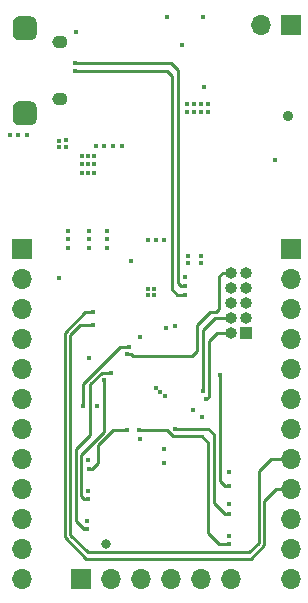
<source format=gbr>
G04 #@! TF.GenerationSoftware,KiCad,Pcbnew,(5.1.5)-3*
G04 #@! TF.CreationDate,2020-07-23T10:29:42-05:00*
G04 #@! TF.ProjectId,LuminaryVer2,4c756d69-6e61-4727-9956-6572322e6b69,rev?*
G04 #@! TF.SameCoordinates,Original*
G04 #@! TF.FileFunction,Copper,L2,Inr*
G04 #@! TF.FilePolarity,Positive*
%FSLAX46Y46*%
G04 Gerber Fmt 4.6, Leading zero omitted, Abs format (unit mm)*
G04 Created by KiCad (PCBNEW (5.1.5)-3) date 2020-07-23 10:29:42*
%MOMM*%
%LPD*%
G04 APERTURE LIST*
%ADD10O,1.300000X1.100000*%
%ADD11C,0.100000*%
%ADD12O,1.700000X1.700000*%
%ADD13R,1.700000X1.700000*%
%ADD14C,0.900000*%
%ADD15O,1.000000X1.000000*%
%ADD16R,1.000000X1.000000*%
%ADD17C,0.450000*%
%ADD18C,0.800000*%
%ADD19C,0.254000*%
%ADD20C,0.250000*%
G04 APERTURE END LIST*
D10*
X215600000Y-57900000D03*
X215600000Y-53100000D03*
G04 #@! TA.AperFunction,ViaPad*
D11*
G36*
X213149009Y-58102408D02*
G01*
X213197545Y-58109607D01*
X213245142Y-58121530D01*
X213291342Y-58138060D01*
X213335698Y-58159039D01*
X213377785Y-58184265D01*
X213417197Y-58213495D01*
X213453553Y-58246447D01*
X213486505Y-58282803D01*
X213515735Y-58322215D01*
X213540961Y-58364302D01*
X213561940Y-58408658D01*
X213578470Y-58454858D01*
X213590393Y-58502455D01*
X213597592Y-58550991D01*
X213600000Y-58600000D01*
X213600000Y-59600000D01*
X213597592Y-59649009D01*
X213590393Y-59697545D01*
X213578470Y-59745142D01*
X213561940Y-59791342D01*
X213540961Y-59835698D01*
X213515735Y-59877785D01*
X213486505Y-59917197D01*
X213453553Y-59953553D01*
X213417197Y-59986505D01*
X213377785Y-60015735D01*
X213335698Y-60040961D01*
X213291342Y-60061940D01*
X213245142Y-60078470D01*
X213197545Y-60090393D01*
X213149009Y-60097592D01*
X213100000Y-60100000D01*
X212100000Y-60100000D01*
X212050991Y-60097592D01*
X212002455Y-60090393D01*
X211954858Y-60078470D01*
X211908658Y-60061940D01*
X211864302Y-60040961D01*
X211822215Y-60015735D01*
X211782803Y-59986505D01*
X211746447Y-59953553D01*
X211713495Y-59917197D01*
X211684265Y-59877785D01*
X211659039Y-59835698D01*
X211638060Y-59791342D01*
X211621530Y-59745142D01*
X211609607Y-59697545D01*
X211602408Y-59649009D01*
X211600000Y-59600000D01*
X211600000Y-58600000D01*
X211602408Y-58550991D01*
X211609607Y-58502455D01*
X211621530Y-58454858D01*
X211638060Y-58408658D01*
X211659039Y-58364302D01*
X211684265Y-58322215D01*
X211713495Y-58282803D01*
X211746447Y-58246447D01*
X211782803Y-58213495D01*
X211822215Y-58184265D01*
X211864302Y-58159039D01*
X211908658Y-58138060D01*
X211954858Y-58121530D01*
X212002455Y-58109607D01*
X212050991Y-58102408D01*
X212100000Y-58100000D01*
X213100000Y-58100000D01*
X213149009Y-58102408D01*
G37*
G04 #@! TD.AperFunction*
G04 #@! TA.AperFunction,ViaPad*
G36*
X213149009Y-50902408D02*
G01*
X213197545Y-50909607D01*
X213245142Y-50921530D01*
X213291342Y-50938060D01*
X213335698Y-50959039D01*
X213377785Y-50984265D01*
X213417197Y-51013495D01*
X213453553Y-51046447D01*
X213486505Y-51082803D01*
X213515735Y-51122215D01*
X213540961Y-51164302D01*
X213561940Y-51208658D01*
X213578470Y-51254858D01*
X213590393Y-51302455D01*
X213597592Y-51350991D01*
X213600000Y-51400000D01*
X213600000Y-52400000D01*
X213597592Y-52449009D01*
X213590393Y-52497545D01*
X213578470Y-52545142D01*
X213561940Y-52591342D01*
X213540961Y-52635698D01*
X213515735Y-52677785D01*
X213486505Y-52717197D01*
X213453553Y-52753553D01*
X213417197Y-52786505D01*
X213377785Y-52815735D01*
X213335698Y-52840961D01*
X213291342Y-52861940D01*
X213245142Y-52878470D01*
X213197545Y-52890393D01*
X213149009Y-52897592D01*
X213100000Y-52900000D01*
X212100000Y-52900000D01*
X212050991Y-52897592D01*
X212002455Y-52890393D01*
X211954858Y-52878470D01*
X211908658Y-52861940D01*
X211864302Y-52840961D01*
X211822215Y-52815735D01*
X211782803Y-52786505D01*
X211746447Y-52753553D01*
X211713495Y-52717197D01*
X211684265Y-52677785D01*
X211659039Y-52635698D01*
X211638060Y-52591342D01*
X211621530Y-52545142D01*
X211609607Y-52497545D01*
X211602408Y-52449009D01*
X211600000Y-52400000D01*
X211600000Y-51400000D01*
X211602408Y-51350991D01*
X211609607Y-51302455D01*
X211621530Y-51254858D01*
X211638060Y-51208658D01*
X211659039Y-51164302D01*
X211684265Y-51122215D01*
X211713495Y-51082803D01*
X211746447Y-51046447D01*
X211782803Y-51013495D01*
X211822215Y-50984265D01*
X211864302Y-50959039D01*
X211908658Y-50938060D01*
X211954858Y-50921530D01*
X212002455Y-50909607D01*
X212050991Y-50902408D01*
X212100000Y-50900000D01*
X213100000Y-50900000D01*
X213149009Y-50902408D01*
G37*
G04 #@! TD.AperFunction*
D12*
X235100000Y-98500000D03*
X235100000Y-95960000D03*
X235100000Y-93420000D03*
X235100000Y-90880000D03*
X235100000Y-88340000D03*
X235100000Y-85800000D03*
X235100000Y-83260000D03*
X235100000Y-80720000D03*
X235100000Y-78180000D03*
X235100000Y-75640000D03*
X235100000Y-73100000D03*
D13*
X235100000Y-70560000D03*
D12*
X212400000Y-98500000D03*
X212400000Y-95960000D03*
X212400000Y-93420000D03*
X212400000Y-90880000D03*
X212400000Y-88340000D03*
X212400000Y-85800000D03*
X212400000Y-83260000D03*
X212400000Y-80720000D03*
X212400000Y-78180000D03*
X212400000Y-75640000D03*
X212400000Y-73100000D03*
D13*
X212400000Y-70560000D03*
D14*
X234900000Y-59300000D03*
D12*
X232600000Y-51600000D03*
D13*
X235140000Y-51600000D03*
D12*
X230077000Y-98500000D03*
X227537000Y-98500000D03*
X224997000Y-98500000D03*
X222457000Y-98500000D03*
X219917000Y-98500000D03*
D13*
X217377000Y-98500000D03*
D15*
X230080000Y-72595000D03*
X231350000Y-72595000D03*
X230080000Y-73865000D03*
X231350000Y-73865000D03*
X230080000Y-75135000D03*
X231350000Y-75135000D03*
X230080000Y-76405000D03*
X231350000Y-76405000D03*
X230080000Y-77675000D03*
D16*
X231350000Y-77675000D03*
D17*
X224450000Y-83000000D03*
X224050000Y-82700000D03*
X223500000Y-74000000D03*
X223500000Y-74500000D03*
X223000000Y-74500000D03*
X223000000Y-74000000D03*
X229900000Y-94900000D03*
X217950000Y-91100000D03*
X217900000Y-93600000D03*
D18*
X219510000Y-95560000D03*
D17*
X227700000Y-50950000D03*
X233800000Y-63100000D03*
X226350000Y-58350000D03*
X226950000Y-58350000D03*
X227500000Y-58350000D03*
X228100000Y-58350000D03*
X218600000Y-61900000D03*
X219350000Y-61900000D03*
X220100000Y-61900000D03*
X220850000Y-61900000D03*
X226350000Y-59000000D03*
X226950000Y-59000000D03*
X227500000Y-59000000D03*
X228100000Y-59000000D03*
X217978682Y-88447971D03*
X224550000Y-77325000D03*
X225300000Y-77075000D03*
X222350000Y-86650000D03*
X224400000Y-88750000D03*
X223700000Y-69800000D03*
X223050000Y-69800000D03*
X224400000Y-69800000D03*
X223700004Y-82350004D03*
X229900000Y-89499994D03*
X229900000Y-92200000D03*
X217450000Y-64150000D03*
X218450000Y-64150000D03*
X218450000Y-63400000D03*
X218450000Y-62750000D03*
X217450000Y-62750000D03*
X217950000Y-64150000D03*
X217950000Y-63400000D03*
X217950000Y-62750000D03*
X217450000Y-63400000D03*
X218000000Y-69050000D03*
X218000000Y-70475000D03*
X219600000Y-70475000D03*
X219600000Y-69050000D03*
X216300000Y-70475000D03*
X216300000Y-69050000D03*
X216300000Y-69750000D03*
X219600000Y-69750000D03*
X218000000Y-69750000D03*
X222350000Y-78050000D03*
X218050000Y-79800000D03*
X224400000Y-87500000D03*
X218747990Y-83850000D03*
X218350000Y-77000000D03*
X218350000Y-75950000D03*
X221281022Y-79491748D03*
X216050000Y-61950000D03*
X224600000Y-50950000D03*
X216962500Y-52242500D03*
X215512500Y-73037500D03*
X215512500Y-61412500D03*
X226450000Y-71200000D03*
X226450000Y-71750000D03*
X227500000Y-71750000D03*
X227500000Y-71200000D03*
X211350000Y-60950000D03*
X212050000Y-60950000D03*
X212750000Y-60950000D03*
X215512500Y-61937500D03*
X216050000Y-61400000D03*
X227663140Y-82644690D03*
X227968535Y-83312127D03*
X217900000Y-94300000D03*
X219900000Y-81075000D03*
X217950000Y-91750000D03*
X219278049Y-81718993D03*
X218000000Y-89200000D03*
X221225000Y-85900000D03*
X226875000Y-84249998D03*
X227625000Y-84800000D03*
X217500000Y-83850000D03*
X221450000Y-78850002D03*
X225900000Y-53300000D03*
X227799998Y-56850000D03*
X229125000Y-81275000D03*
X229853839Y-90683366D03*
X229900000Y-93050000D03*
X225325000Y-85825000D03*
X229900000Y-95550000D03*
X222275000Y-85925000D03*
X221600000Y-71600000D03*
X226200000Y-72950000D03*
X226200000Y-73700000D03*
X216850000Y-54850000D03*
X226200000Y-74450000D03*
X216850000Y-55500000D03*
D19*
X235100000Y-88340000D02*
X233460000Y-88340000D01*
X233460000Y-88340000D02*
X232400000Y-89400000D01*
X232400000Y-89400000D02*
X232400000Y-95500000D01*
X231612999Y-96287001D02*
X217937001Y-96287001D01*
X232400000Y-95500000D02*
X231612999Y-96287001D01*
X216441980Y-94791980D02*
X216441980Y-77858020D01*
X217937001Y-96287001D02*
X216441980Y-94791980D01*
X217300000Y-77000000D02*
X218350000Y-77000000D01*
X216441980Y-77858020D02*
X217300000Y-77000000D01*
X233897919Y-90880000D02*
X232854010Y-91923909D01*
X235100000Y-90880000D02*
X233897919Y-90880000D01*
X232854010Y-95688057D02*
X231742067Y-96800000D01*
X232854010Y-91923909D02*
X232854010Y-95688057D01*
X217707933Y-75950000D02*
X218031802Y-75950000D01*
X215987970Y-77669963D02*
X217707933Y-75950000D01*
X218031802Y-75950000D02*
X218350000Y-75950000D01*
X215987970Y-94980037D02*
X215987970Y-77669963D01*
X217807933Y-96800000D02*
X215987970Y-94980037D01*
X231742067Y-96800000D02*
X217807933Y-96800000D01*
D20*
X229050000Y-75650000D02*
X229050000Y-72900000D01*
X228750000Y-75950000D02*
X229050000Y-75650000D01*
X229050000Y-72900000D02*
X229355000Y-72595000D01*
X227200000Y-77050000D02*
X228300000Y-75950000D01*
X221757472Y-79650000D02*
X226800000Y-79650000D01*
X229355000Y-72595000D02*
X230080000Y-72595000D01*
X221281022Y-79491748D02*
X221599220Y-79491748D01*
X226800000Y-79650000D02*
X227200000Y-79250000D01*
X228300000Y-75950000D02*
X228750000Y-75950000D01*
X221599220Y-79491748D02*
X221757472Y-79650000D01*
X227200000Y-79250000D02*
X227200000Y-77050000D01*
D19*
X227663140Y-82644690D02*
X227663140Y-77411860D01*
X228670000Y-76405000D02*
X230080000Y-76405000D01*
X227663140Y-77411860D02*
X228670000Y-76405000D01*
X228215141Y-83065521D02*
X228193534Y-83087128D01*
X228215141Y-78359859D02*
X228215141Y-83065521D01*
X228193534Y-83087128D02*
X227968535Y-83312127D01*
X230080000Y-77675000D02*
X228900000Y-77675000D01*
X228900000Y-77675000D02*
X228215141Y-78359859D01*
X219581802Y-81075000D02*
X219900000Y-81075000D01*
X219105080Y-81075000D02*
X219581802Y-81075000D01*
X218150000Y-82030080D02*
X219105080Y-81075000D01*
X216895990Y-87554010D02*
X218150000Y-86300000D01*
X218150000Y-86300000D02*
X218150000Y-82030080D01*
X217581802Y-94300000D02*
X216895990Y-93614188D01*
X217900000Y-94300000D02*
X217581802Y-94300000D01*
X216895990Y-93614188D02*
X216895990Y-87554010D01*
X219300000Y-81740944D02*
X219278049Y-81718993D01*
X219300000Y-86057934D02*
X219300000Y-81740944D01*
X217631802Y-91750000D02*
X217350000Y-91468198D01*
X217950000Y-91750000D02*
X217631802Y-91750000D01*
X217350000Y-91468198D02*
X217350000Y-88007934D01*
X217350000Y-88007934D02*
X219300000Y-86057934D01*
X220100000Y-85900000D02*
X221225000Y-85900000D01*
X218825000Y-87175000D02*
X220100000Y-85900000D01*
X218825000Y-88693198D02*
X218825000Y-87175000D01*
X218000000Y-89200000D02*
X218318198Y-89200000D01*
X218318198Y-89200000D02*
X218825000Y-88693198D01*
X221225000Y-85900000D02*
X221225000Y-85900000D01*
X220688011Y-78850002D02*
X221131802Y-78850002D01*
X217500000Y-83850000D02*
X217500000Y-82038013D01*
X221131802Y-78850002D02*
X221450000Y-78850002D01*
X217500000Y-82038013D02*
X220688011Y-78850002D01*
X229535641Y-90683366D02*
X229853839Y-90683366D01*
X229125000Y-81275000D02*
X229125000Y-90272725D01*
X229125000Y-90272725D02*
X229535641Y-90683366D01*
X229581802Y-93050000D02*
X228595990Y-92064188D01*
X229900000Y-93050000D02*
X229581802Y-93050000D01*
X228595990Y-92064188D02*
X228595990Y-86270990D01*
X228595990Y-86270990D02*
X228150000Y-85825000D01*
X228150000Y-85825000D02*
X225325000Y-85825000D01*
X229050000Y-95550000D02*
X229900000Y-95550000D01*
X228141980Y-94641980D02*
X229050000Y-95550000D01*
X224625000Y-85925000D02*
X225125000Y-86425000D01*
X225125000Y-86425000D02*
X227575000Y-86425000D01*
X222275000Y-85925000D02*
X224625000Y-85925000D01*
X228141980Y-86991980D02*
X228141980Y-94641980D01*
X227575000Y-86425000D02*
X228141980Y-86991980D01*
X225850000Y-73700000D02*
X226200000Y-73700000D01*
X225600000Y-73450000D02*
X225850000Y-73700000D01*
X225600000Y-55450000D02*
X225600000Y-73450000D01*
X216850000Y-54850000D02*
X225000000Y-54850000D01*
X225000000Y-54850000D02*
X225600000Y-55450000D01*
X216850000Y-55500000D02*
X224600000Y-55500000D01*
X224600000Y-55500000D02*
X225050000Y-55950000D01*
X225050000Y-55950000D02*
X225050000Y-74000000D01*
X225050000Y-74000000D02*
X225500000Y-74450000D01*
X225500000Y-74450000D02*
X226200000Y-74450000D01*
M02*

</source>
